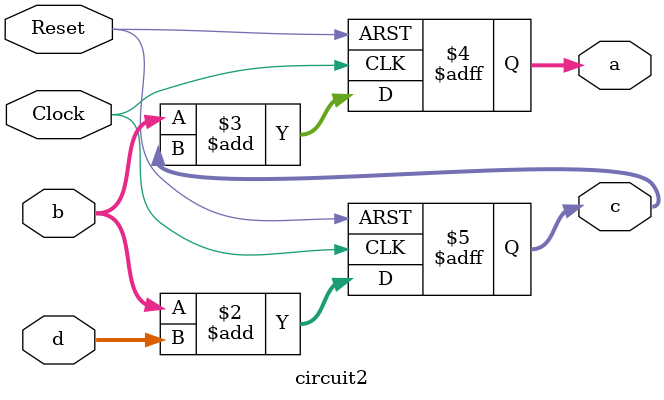
<source format=sv>
module circuit (b, d, Clock, Reset, a, c);
  input Clock, Reset;
  input logic [0:3] b, d;
  output reg [0:3] a, c;
  
  always@ (posedge Clock, posedge Reset) begin
    if(Reset) begin
      a = 4'b0001;
      c = 4'b0001;
    end
    else begin
      c = b + d;
      a = b + c;
    end
  end
endmodule

//Caso 2: Atribuições não blocantes 
module circuit2 (b, d, Clock, Reset, a, c);
  input Clock, Reset;
  input logic [0:3] b, d;
  output reg [0:3] a, c;
  
  always@ (posedge Clock, posedge Reset) begin
      if(Reset) begin
      a <= 4'b0001;
      c <= 4'b0001;
    end
    else begin
      c <= b + d;
      a <= b + c;
    end
  end
endmodule
</source>
